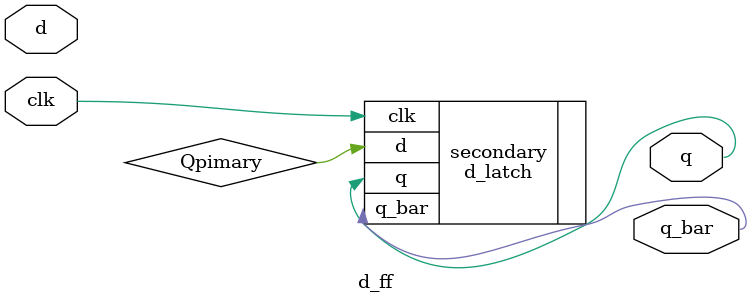
<source format=sv>
module d_ff(
    input logic d,
    input logic clk,
    output logic q,
    output logic q_bar
);

logic Qprimary, nclk, nQprimary;
not( nclk , clk);

d_latch primary(
    .d(d),
    .clk(nclk),
    .q(Qprimary),
    .q_bar(nQprimary)
);

d_latch secondary(
    .d(Qpimary),
    .clk(clk),
    .q(q),
    .q_bar(q_bar)
);


// module d_ff(
//     input logic D,
//     input logic clk,
//     input logic reset,
//     output logic Q,
//     output logic Q_bar
// );

//     logic d_not;
//     not_gate not1(.in(D), .out(d_not));
//     and_gate and1(.in1(d_not), .in2(clk), .out(Q));
//     and_gate and2(.in1(D), .in2(clk), .out(Q_bar));
//     always_comb begin
//         if (reset) begin
//             Q <= 0;
//             Q_bar <= 1;
//         end
//     end
// endmodule

// // not_gate module
// module not_gate(
//     input logic in,
//     output logic out
// );
//     assign out = ~in;
// endmodule

// // and_gate module
// module and_gate(
//     input logic in1,
//     input logic in2,
//     output logic out
// );
//     assign out = in1 & in2;
// endmodule




// module d_ff(
//     input logic D,
//     input logic clk,
//     input logic reset,
//     output logic Q,
//     output logic Q_bar);

//     always_ff @(posedge clk, posedge reset) begin
//         if (reset) begin
//             Q <= 0;
//             Q_bar <= 1;
//         end else begin
//             Q <= D;
//             Q_bar <= ~D;
//         end
//     end
// endmodule




endmodule
</source>
